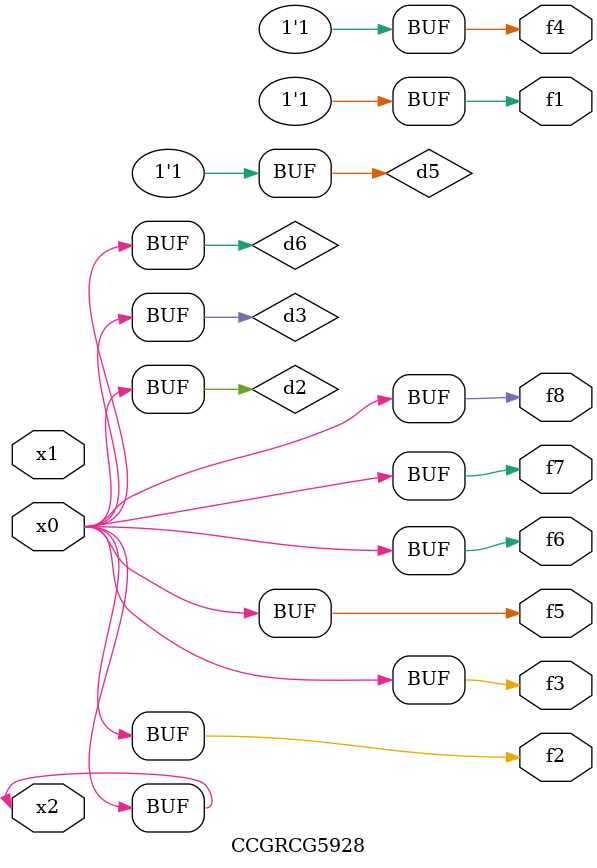
<source format=v>
module CCGRCG5928(
	input x0, x1, x2,
	output f1, f2, f3, f4, f5, f6, f7, f8
);

	wire d1, d2, d3, d4, d5, d6;

	xnor (d1, x2);
	buf (d2, x0, x2);
	and (d3, x0);
	xnor (d4, x1, x2);
	nand (d5, d1, d3);
	buf (d6, d2, d3);
	assign f1 = d5;
	assign f2 = d6;
	assign f3 = d6;
	assign f4 = d5;
	assign f5 = d6;
	assign f6 = d6;
	assign f7 = d6;
	assign f8 = d6;
endmodule

</source>
